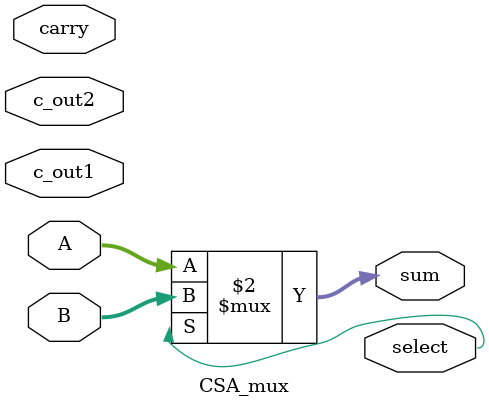
<source format=v>
`timescale 1ns / 1ps
module CSA_mux(carry, select, sum, A, B, c_out1, c_out2);

  input [31:0] A; 
  input [31:0] B; 
  input carry, c_out1, c_out2; 

  output select;
  output [31:0] sum; 

  assign carry = select ? c_out2 : c_out1;
  assign sum = select ? B : A;

endmodule


</source>
